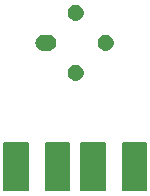
<source format=gts>
G04 #@! TF.GenerationSoftware,KiCad,Pcbnew,5.0.0-rc2*
G04 #@! TF.CreationDate,2019-07-02T00:23:35-04:00*
G04 #@! TF.ProjectId,gassensorholder,67617373656E736F72686F6C6465722E,rev?*
G04 #@! TF.SameCoordinates,Original*
G04 #@! TF.FileFunction,Soldermask,Top*
G04 #@! TF.FilePolarity,Negative*
%FSLAX46Y46*%
G04 Gerber Fmt 4.6, Leading zero omitted, Abs format (unit mm)*
G04 Created by KiCad (PCBNEW 5.0.0-rc2) date Tue Jul  2 00:23:35 2019*
%MOMM*%
%LPD*%
G01*
G04 APERTURE LIST*
%ADD10C,0.150000*%
%ADD11C,0.100000*%
G04 APERTURE END LIST*
D10*
G36*
X118500000Y-74500000D02*
X118500000Y-77500000D01*
X118500000Y-78500000D01*
X116500000Y-78500000D01*
X116500000Y-74500000D01*
X118500000Y-74500000D01*
G37*
X118500000Y-74500000D02*
X118500000Y-77500000D01*
X118500000Y-78500000D01*
X116500000Y-78500000D01*
X116500000Y-74500000D01*
X118500000Y-74500000D01*
G36*
X122000000Y-74500000D02*
X122000000Y-77500000D01*
X122000000Y-78500000D01*
X120000000Y-78500000D01*
X120000000Y-74500000D01*
X122000000Y-74500000D01*
G37*
X122000000Y-74500000D02*
X122000000Y-77500000D01*
X122000000Y-78500000D01*
X120000000Y-78500000D01*
X120000000Y-74500000D01*
X122000000Y-74500000D01*
G36*
X112000000Y-74500000D02*
X112000000Y-77500000D01*
X112000000Y-78500000D01*
X110000000Y-78500000D01*
X110000000Y-74500000D01*
X112000000Y-74500000D01*
G37*
X112000000Y-74500000D02*
X112000000Y-77500000D01*
X112000000Y-78500000D01*
X110000000Y-78500000D01*
X110000000Y-74500000D01*
X112000000Y-74500000D01*
G36*
X115500000Y-74500000D02*
X115500000Y-77500000D01*
X115500000Y-78500000D01*
X113500000Y-78500000D01*
X113500000Y-74500000D01*
X115500000Y-74500000D01*
G37*
X115500000Y-74500000D02*
X115500000Y-77500000D01*
X115500000Y-78500000D01*
X113500000Y-78500000D01*
X113500000Y-74500000D01*
X115500000Y-74500000D01*
D11*
G36*
X116172555Y-67873584D02*
X116300022Y-67912250D01*
X116417495Y-67975041D01*
X116520459Y-68059541D01*
X116604959Y-68162505D01*
X116667750Y-68279978D01*
X116706416Y-68407445D01*
X116719472Y-68540000D01*
X116706416Y-68672555D01*
X116667750Y-68800022D01*
X116604959Y-68917495D01*
X116520459Y-69020459D01*
X116417495Y-69104959D01*
X116300022Y-69167750D01*
X116172555Y-69206416D01*
X116073216Y-69216200D01*
X116006784Y-69216200D01*
X115907445Y-69206416D01*
X115779978Y-69167750D01*
X115662505Y-69104959D01*
X115559541Y-69020459D01*
X115475041Y-68917495D01*
X115412250Y-68800022D01*
X115373584Y-68672555D01*
X115360528Y-68540000D01*
X115373584Y-68407445D01*
X115412250Y-68279978D01*
X115475041Y-68162505D01*
X115559541Y-68059541D01*
X115662505Y-67975041D01*
X115779978Y-67912250D01*
X115907445Y-67873584D01*
X116006784Y-67863800D01*
X116073216Y-67863800D01*
X116172555Y-67873584D01*
X116172555Y-67873584D01*
G37*
G36*
X118712555Y-65333584D02*
X118840022Y-65372250D01*
X118957495Y-65435041D01*
X119060459Y-65519541D01*
X119144959Y-65622505D01*
X119207750Y-65739978D01*
X119246416Y-65867445D01*
X119259472Y-66000000D01*
X119246416Y-66132555D01*
X119207750Y-66260022D01*
X119144959Y-66377495D01*
X119060459Y-66480459D01*
X118957495Y-66564959D01*
X118840022Y-66627750D01*
X118712555Y-66666416D01*
X118613216Y-66676200D01*
X118546784Y-66676200D01*
X118447445Y-66666416D01*
X118319978Y-66627750D01*
X118202505Y-66564959D01*
X118099541Y-66480459D01*
X118015041Y-66377495D01*
X117952250Y-66260022D01*
X117913584Y-66132555D01*
X117900528Y-66000000D01*
X117913584Y-65867445D01*
X117952250Y-65739978D01*
X118015041Y-65622505D01*
X118099541Y-65519541D01*
X118202505Y-65435041D01*
X118319978Y-65372250D01*
X118447445Y-65333584D01*
X118546784Y-65323800D01*
X118613216Y-65323800D01*
X118712555Y-65333584D01*
X118712555Y-65333584D01*
G37*
G36*
X113832555Y-65333584D02*
X113960022Y-65372250D01*
X114077495Y-65435041D01*
X114180459Y-65519541D01*
X114264959Y-65622505D01*
X114327750Y-65739978D01*
X114366416Y-65867445D01*
X114379472Y-66000000D01*
X114366416Y-66132555D01*
X114327750Y-66260022D01*
X114264959Y-66377495D01*
X114180459Y-66480459D01*
X114077495Y-66564959D01*
X113960022Y-66627750D01*
X113832555Y-66666416D01*
X113733216Y-66676200D01*
X113266784Y-66676200D01*
X113167445Y-66666416D01*
X113039978Y-66627750D01*
X112922505Y-66564959D01*
X112819541Y-66480459D01*
X112735041Y-66377495D01*
X112672250Y-66260022D01*
X112633584Y-66132555D01*
X112620528Y-66000000D01*
X112633584Y-65867445D01*
X112672250Y-65739978D01*
X112735041Y-65622505D01*
X112819541Y-65519541D01*
X112922505Y-65435041D01*
X113039978Y-65372250D01*
X113167445Y-65333584D01*
X113266784Y-65323800D01*
X113733216Y-65323800D01*
X113832555Y-65333584D01*
X113832555Y-65333584D01*
G37*
G36*
X116172555Y-62793584D02*
X116300022Y-62832250D01*
X116417495Y-62895041D01*
X116520459Y-62979541D01*
X116604959Y-63082505D01*
X116667750Y-63199978D01*
X116706416Y-63327445D01*
X116719472Y-63460000D01*
X116706416Y-63592555D01*
X116667750Y-63720022D01*
X116604959Y-63837495D01*
X116520459Y-63940459D01*
X116417495Y-64024959D01*
X116300022Y-64087750D01*
X116172555Y-64126416D01*
X116073216Y-64136200D01*
X116006784Y-64136200D01*
X115907445Y-64126416D01*
X115779978Y-64087750D01*
X115662505Y-64024959D01*
X115559541Y-63940459D01*
X115475041Y-63837495D01*
X115412250Y-63720022D01*
X115373584Y-63592555D01*
X115360528Y-63460000D01*
X115373584Y-63327445D01*
X115412250Y-63199978D01*
X115475041Y-63082505D01*
X115559541Y-62979541D01*
X115662505Y-62895041D01*
X115779978Y-62832250D01*
X115907445Y-62793584D01*
X116006784Y-62783800D01*
X116073216Y-62783800D01*
X116172555Y-62793584D01*
X116172555Y-62793584D01*
G37*
M02*

</source>
